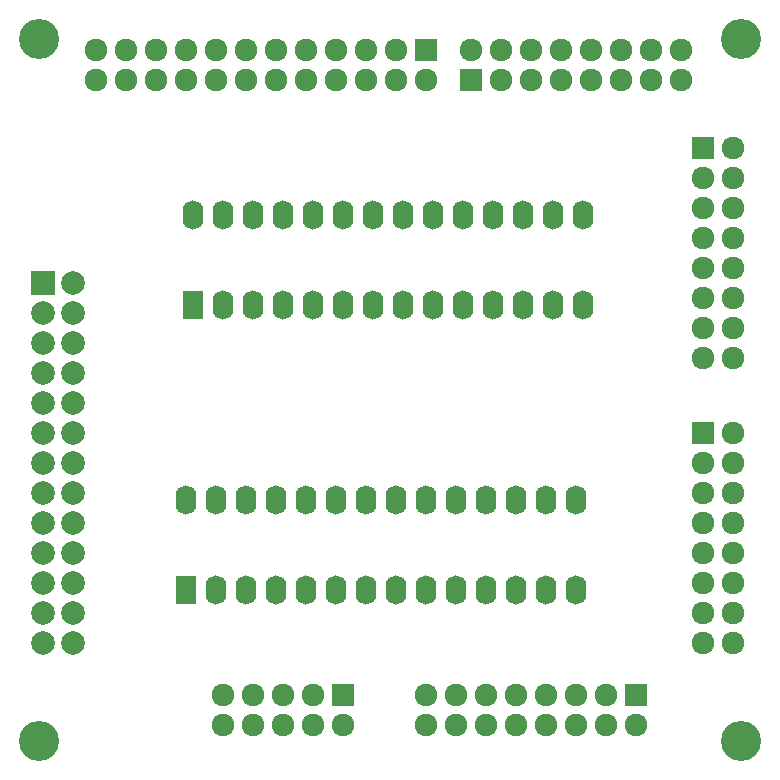
<source format=gbs>
%FSLAX34Y34*%
G04 Gerber Fmt 3.4, Leading zero omitted, Abs format*
G04 (created by PCBNEW (2014-04-07 BZR 4791)-product) date ons  9 apr 2014 20:50:23*
%MOIN*%
G01*
G70*
G90*
G04 APERTURE LIST*
%ADD10C,0.003937*%
%ADD11R,0.075874X0.075874*%
%ADD12O,0.075874X0.075874*%
%ADD13C,0.133874*%
%ADD14R,0.078740X0.078740*%
%ADD15C,0.078740*%
%ADD16O,0.069874X0.097874*%
%ADD17R,0.069874X0.097874*%
G04 APERTURE END LIST*
G54D10*
G54D11*
X46000Y-32000D03*
G54D12*
X46000Y-31000D03*
X47000Y-32000D03*
X47000Y-31000D03*
X48000Y-32000D03*
X48000Y-31000D03*
X49000Y-32000D03*
X49000Y-31000D03*
X50000Y-32000D03*
X50000Y-31000D03*
X51000Y-32000D03*
X51000Y-31000D03*
X52000Y-32000D03*
X52000Y-31000D03*
X53000Y-32000D03*
X53000Y-31000D03*
G54D11*
X53750Y-34250D03*
G54D12*
X54750Y-34250D03*
X53750Y-35250D03*
X54750Y-35250D03*
X53750Y-36250D03*
X54750Y-36250D03*
X53750Y-37250D03*
X54750Y-37250D03*
X53750Y-38250D03*
X54750Y-38250D03*
X53750Y-39250D03*
X54750Y-39250D03*
X53750Y-40250D03*
X54750Y-40250D03*
X53750Y-41250D03*
X54750Y-41250D03*
G54D11*
X53750Y-43750D03*
G54D12*
X54750Y-43750D03*
X53750Y-44750D03*
X54750Y-44750D03*
X53750Y-45750D03*
X54750Y-45750D03*
X53750Y-46750D03*
X54750Y-46750D03*
X53750Y-47750D03*
X54750Y-47750D03*
X53750Y-48750D03*
X54750Y-48750D03*
X53750Y-49750D03*
X54750Y-49750D03*
X53750Y-50750D03*
X54750Y-50750D03*
G54D11*
X51500Y-52500D03*
G54D12*
X51500Y-53500D03*
X50500Y-52500D03*
X50500Y-53500D03*
X49500Y-52500D03*
X49500Y-53500D03*
X48500Y-52500D03*
X48500Y-53500D03*
X47500Y-52500D03*
X47500Y-53500D03*
X46500Y-52500D03*
X46500Y-53500D03*
X45500Y-52500D03*
X45500Y-53500D03*
X44500Y-52500D03*
X44500Y-53500D03*
G54D11*
X44500Y-31000D03*
G54D12*
X44500Y-32000D03*
X43500Y-31000D03*
X43500Y-32000D03*
X42500Y-31000D03*
X42500Y-32000D03*
X41500Y-31000D03*
X41500Y-32000D03*
X40500Y-31000D03*
X40500Y-32000D03*
X39500Y-31000D03*
X39500Y-32000D03*
X38500Y-31000D03*
X38500Y-32000D03*
X37500Y-31000D03*
X37500Y-32000D03*
X36500Y-31000D03*
X36500Y-32000D03*
X35500Y-31000D03*
X35500Y-32000D03*
X34500Y-31000D03*
X34500Y-32000D03*
X33500Y-31000D03*
X33500Y-32000D03*
G54D13*
X31594Y-54035D03*
X55019Y-54035D03*
G54D11*
X41750Y-52500D03*
G54D12*
X41750Y-53500D03*
X40750Y-52500D03*
X40750Y-53500D03*
X39750Y-52500D03*
X39750Y-53500D03*
X38750Y-52500D03*
X38750Y-53500D03*
X37750Y-52500D03*
X37750Y-53500D03*
G54D13*
X31594Y-30610D03*
X55019Y-30610D03*
G54D14*
X31750Y-38750D03*
G54D15*
X32750Y-38750D03*
X31750Y-39750D03*
X32750Y-39750D03*
X31750Y-40750D03*
X32750Y-40750D03*
X31750Y-41750D03*
X32750Y-41750D03*
X31750Y-42750D03*
X32750Y-42750D03*
X31750Y-43750D03*
X32750Y-43750D03*
X31750Y-44750D03*
X32750Y-44750D03*
X31750Y-45750D03*
X32750Y-45750D03*
X31750Y-46750D03*
X32750Y-46750D03*
X31750Y-47750D03*
X32750Y-47750D03*
X31750Y-48750D03*
X32750Y-48750D03*
X31750Y-49750D03*
X32750Y-49750D03*
X31750Y-50750D03*
X32750Y-50750D03*
G54D16*
X37750Y-39500D03*
X38750Y-39500D03*
X39750Y-39500D03*
X40750Y-39500D03*
X41750Y-39500D03*
X42750Y-39500D03*
X43750Y-39500D03*
X44750Y-39500D03*
X45750Y-39500D03*
X46750Y-39500D03*
X47750Y-39500D03*
X48750Y-39500D03*
X49750Y-39500D03*
G54D17*
X36750Y-39500D03*
G54D16*
X49750Y-36500D03*
X48750Y-36500D03*
X47750Y-36500D03*
X46750Y-36500D03*
X45750Y-36500D03*
X44750Y-36500D03*
X43750Y-36500D03*
X42750Y-36500D03*
X41750Y-36500D03*
X40750Y-36500D03*
X39750Y-36500D03*
X38750Y-36500D03*
X37750Y-36500D03*
X36750Y-36500D03*
X37500Y-49000D03*
X38500Y-49000D03*
X39500Y-49000D03*
X40500Y-49000D03*
X41500Y-49000D03*
X42500Y-49000D03*
X43500Y-49000D03*
X44500Y-49000D03*
X45500Y-49000D03*
X46500Y-49000D03*
X47500Y-49000D03*
X48500Y-49000D03*
X49500Y-49000D03*
G54D17*
X36500Y-49000D03*
G54D16*
X49500Y-46000D03*
X48500Y-46000D03*
X47500Y-46000D03*
X46500Y-46000D03*
X45500Y-46000D03*
X44500Y-46000D03*
X43500Y-46000D03*
X42500Y-46000D03*
X41500Y-46000D03*
X40500Y-46000D03*
X39500Y-46000D03*
X38500Y-46000D03*
X37500Y-46000D03*
X36500Y-46000D03*
M02*

</source>
